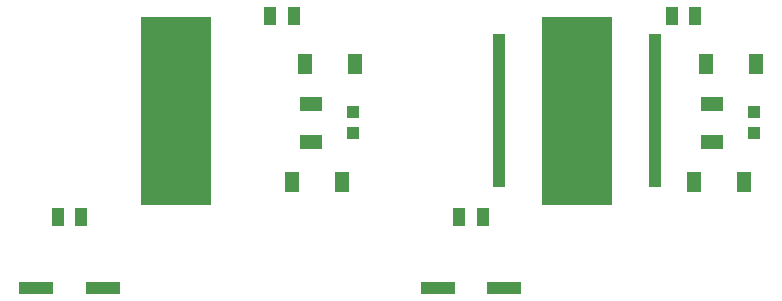
<source format=gtp>
%MOIN*%
%OFA0B0*%
%FSLAX46Y46*%
%IPPOS*%
%LPD*%
%ADD10R,0.07874X0.025*%
%ADD11R,0.23622X0.62598401574803153*%
%ADD12R,0.04330700787401575X0.03937*%
%ADD13R,0.11811X0.03937*%
%ADD14R,0.05X0.065*%
%ADD15R,0.074802992125984263X0.047244015748031491*%
%ADD16R,0.03937X0.061024015748031506*%
%ADD17R,0.07874X0.025*%
%ADD18R,0.23622X0.62598401574803153*%
%ADD19R,0.04330700787401575X0.03937*%
%ADD20R,0.11811X0.03937*%
%ADD21R,0.05X0.065*%
%ADD22R,0.074802992125984263X0.047244015748031491*%
%ADD23R,0.03937X0.061024015748031506*%
G01*
G04 next file*
G04 Gerber Fmt 4.6, Leading zero omitted, Abs format (unit mm)*
G04 Created by KiCad (PCBNEW (5.1.6)-1) date 2020-09-18 16:39:39*
G01*
G04 APERTURE LIST*
G04 APERTURE END LIST*
G04 next file*
G04 Gerber Fmt 4.6, Leading zero omitted, Abs format (unit mm)*
G04 Created by KiCad (PCBNEW (5.1.6)-1) date 2020-09-18 16:39:39*
G01*
G04 APERTURE LIST*
G04 APERTURE END LIST*
G04 next file*
G04 Gerber Fmt 4.6, Leading zero omitted, Abs format (unit mm)*
G04 Created by KiCad (PCBNEW (5.1.6)-1) date 2020-09-18 16:39:39*
G01*
G04 APERTURE LIST*
G04 APERTURE END LIST*
G04 next file*
G04 Gerber Fmt 4.6, Leading zero omitted, Abs format (unit mm)*
G04 Created by KiCad (PCBNEW (5.1.6)-1) date 2020-09-18 16:39:39*
G01*
G04 APERTURE LIST*
G04 APERTURE END LIST*
G04 next file*
G04 Layer: TopPasteMaskLayer*
G04 EasyEDA v6.3.53, 2020-06-26T16:53:54--4:00*
G04 395d111042f2402990e7a52cfaf045f1,10*
G04 Gerber Generator version 0.2*
G04 Scale: 100 percent, Rotated: No, Reflected: No *
G04 Dimensions in millimeters *
G04 leading zeros omitted , absolute positions ,3 integer and 3 decimal *
G90*
G04 skipping 71
D10*
G01X0004374645Y0002094055D03*
G01X0004374645Y0002044055D03*
G01X0004374645Y0001994055D03*
G01X0004374645Y0001944055D03*
G01X0004374645Y0001894055D03*
G01X0004374645Y0001844055D03*
G01X0004374645Y0001794055D03*
G01X0004374645Y0001744055D03*
G01X0004374645Y0001694055D03*
G01X0004374645Y0001644055D03*
G01X0004894291Y0001644055D03*
G01X0004894291Y0001694055D03*
G01X0004894291Y0001744055D03*
G01X0004894291Y0001794055D03*
G01X0004894291Y0001844055D03*
G01X0004894291Y0001894055D03*
G01X0004894291Y0001944055D03*
G01X0004894291Y0001994055D03*
G01X0004894291Y0002044055D03*
G01X0004894291Y0002094055D03*
D11*
G01X0004634488Y0001869055D03*
D12*
G01X0005225000Y0001865078D03*
G01X0005225000Y0001794251D03*
D13*
G01X0004169881Y0001278543D03*
G01X0004390393Y0001278543D03*
D14*
G01X0005021889Y0001632874D03*
G01X0005188937Y0001632874D03*
G01X0005231259Y0002026535D03*
G01X0005064251Y0002026535D03*
D15*
G01X0005084488Y0001892047D03*
G01X0005084488Y0001766062D03*
D16*
G01X0004949409Y0002184015D03*
G01X0005028149Y0002184015D03*
G01X0004240787Y0001514763D03*
G01X0004319527Y0001514763D03*
G04 next file*
G04 Layer: TopPasteMaskLayer*
G04 EasyEDA v6.3.53, 2020-06-26T16:53:54--4:00*
G04 395d111042f2402990e7a52cfaf045f1,10*
G04 Gerber Generator version 0.2*
G04 Scale: 100 percent, Rotated: No, Reflected: No *
G04 Dimensions in millimeters *
G04 leading zeros omitted , absolute positions ,3 integer and 3 decimal *
G90*
G04 skipping 71
D17*
G01X0005713228Y0002094055D03*
G01X0005713228Y0002044055D03*
G01X0005713228Y0001994055D03*
G01X0005713228Y0001944055D03*
G01X0005713228Y0001894055D03*
G01X0005713228Y0001844055D03*
G01X0005713228Y0001794055D03*
G01X0005713228Y0001744055D03*
G01X0005713228Y0001694055D03*
G01X0005713228Y0001644055D03*
G01X0006232874Y0001644055D03*
G01X0006232874Y0001694055D03*
G01X0006232874Y0001744055D03*
G01X0006232874Y0001794055D03*
G01X0006232874Y0001844055D03*
G01X0006232874Y0001894055D03*
G01X0006232874Y0001944055D03*
G01X0006232874Y0001994055D03*
G01X0006232874Y0002044055D03*
G01X0006232874Y0002094055D03*
D18*
G01X0005973070Y0001869055D03*
D19*
G01X0006563582Y0001865078D03*
G01X0006563582Y0001794251D03*
D20*
G01X0005508464Y0001278543D03*
G01X0005728976Y0001278543D03*
D21*
G01X0006360472Y0001632874D03*
G01X0006527519Y0001632874D03*
G01X0006569842Y0002026535D03*
G01X0006402834Y0002026535D03*
D22*
G01X0006423070Y0001892047D03*
G01X0006423070Y0001766062D03*
D23*
G01X0006287992Y0002184015D03*
G01X0006366732Y0002184015D03*
G01X0005579370Y0001514763D03*
G01X0005658110Y0001514763D03*
M02*
</source>
